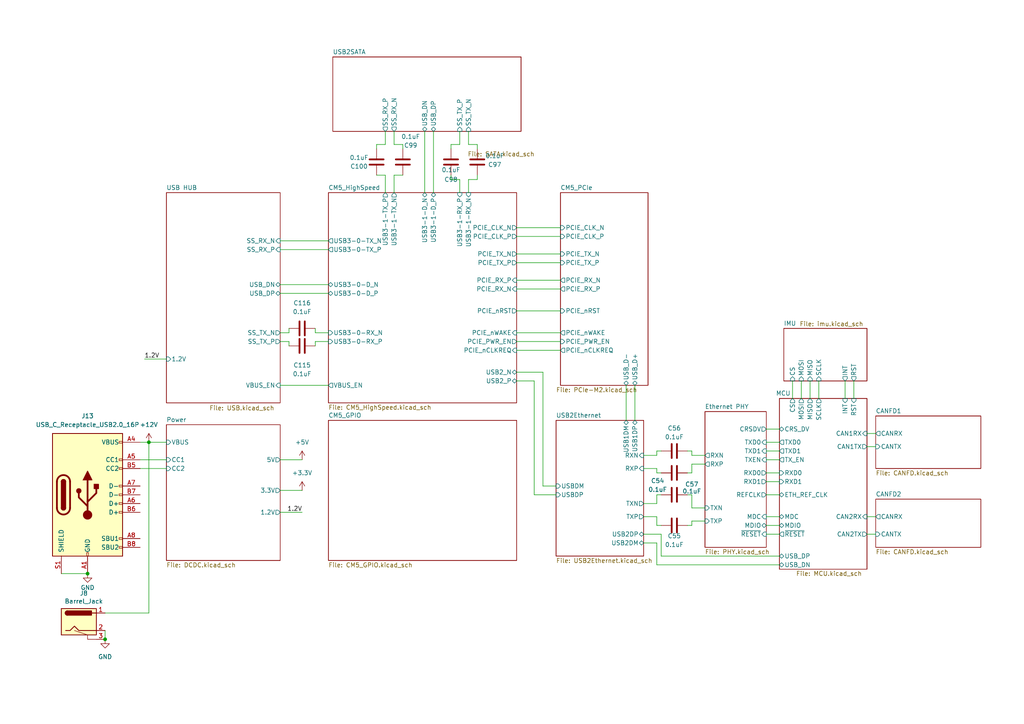
<source format=kicad_sch>
(kicad_sch (version 20231120) (generator "eeschema") (generator_version "8.0")
  (paper "A4")
  (lib_symbols
    (symbol "CM4IO:Barrel_Jack"
      (property "Reference" "J" (at 0 5.334 0))
      (property "Value" "Barrel_Jack" (at 0 -5.08 0))
      (symbol "Barrel_Jack_0_1"
        (rectangle (start -5.08 3.81) (end 5.08 -3.81) (stroke (width 0.254)) (fill (type background)))
        (arc (start -3.302 3.175) (mid -3.9342 2.54) (end -3.302 1.905) (stroke (width 0.254)))
        (arc (start -3.302 3.175) (mid -3.9342 2.54) (end -3.302 1.905) (stroke (width 0.254)) (fill (type outline)))
        (polyline (pts (xy 5.08 2.54) (xy 3.81 2.54)) (stroke (width 0.254)))
        (polyline (pts (xy 5.08 -5.08) (xy 2.54 -5.08) (xy 2.54 -3.81) (xy -1.27 -2.54)))
        (polyline (pts (xy -3.81 -2.54) (xy -2.54 -2.54) (xy -1.27 -1.27) (xy 0 -2.54) (xy 2.54 -2.54) (xy 5.08 -2.54)) (stroke (width 0.254)))
        (rectangle (start 3.683 3.175) (end -3.302 1.905) (stroke (width 0.254)) (fill (type outline)))
      )
      (symbol "Barrel_Jack_1_1"
        (pin passive line (at 7.62 2.54 180) (length 2.54) (name "~") (number "1"))
        (pin passive line (at 7.62 -2.54 180) (length 2.54) (name "~") (number "2"))
        (pin passive line (at 7.62 -5.08 180) (length 2.54) (name "~") (number "3"))
      )
    )
    (symbol "Connector:USB_C_Receptacle_USB2.0_16P" (pin_names (offset 1.016))
      (property "Reference" "J" (at 0 22.225 0))
      (property "Value" "USB_C_Receptacle_USB2.0_16P" (at 0 19.685 0))
      (symbol "USB_C_Receptacle_USB2.0_16P_0_0"
        (rectangle (start -0.254 -17.78) (end 0.254 -16.764))
        (rectangle (start 10.16 -14.986) (end 9.144 -15.494))
        (rectangle (start 10.16 -12.446) (end 9.144 -12.954))
        (rectangle (start 10.16 -4.826) (end 9.144 -5.334))
        (rectangle (start 10.16 -2.286) (end 9.144 -2.794))
        (rectangle (start 10.16 0.254) (end 9.144 -0.254))
        (rectangle (start 10.16 2.794) (end 9.144 2.286))
        (rectangle (start 10.16 7.874) (end 9.144 7.366))
        (rectangle (start 10.16 10.414) (end 9.144 9.906))
        (rectangle (start 10.16 15.494) (end 9.144 14.986))
      )
      (symbol "USB_C_Receptacle_USB2.0_16P_0_1"
        (rectangle (start -10.16 17.78) (end 10.16 -17.78) (stroke (width 0.254)) (fill (type background)))
        (arc (start -8.89 -3.81) (mid -6.985 -5.7067) (end -5.08 -3.81) (stroke (width 0.508)))
        (arc (start -7.62 -3.81) (mid -6.985 -4.4423) (end -6.35 -3.81) (stroke (width 0.254)))
        (arc (start -7.62 -3.81) (mid -6.985 -4.4423) (end -6.35 -3.81) (stroke (width 0.254)) (fill (type outline)))
        (rectangle (start -7.62 -3.81) (end -6.35 3.81) (stroke (width 0.254)) (fill (type outline)))
        (arc (start -6.35 3.81) (mid -6.985 4.4423) (end -7.62 3.81) (stroke (width 0.254)))
        (arc (start -6.35 3.81) (mid -6.985 4.4423) (end -7.62 3.81) (stroke (width 0.254)) (fill (type outline)))
        (arc (start -5.08 3.81) (mid -6.985 5.7067) (end -8.89 3.81) (stroke (width 0.508)))
        (circle (center -2.54 1.143) (radius 0.635) (stroke (width 0.254)) (fill (type outline)))
        (circle (center 0 -5.842) (radius 1.27) (fill (type outline)))
        (polyline (pts (xy -8.89 -3.81) (xy -8.89 3.81)) (stroke (width 0.508)))
        (polyline (pts (xy -5.08 3.81) (xy -5.08 -3.81)) (stroke (width 0.508)))
        (polyline (pts (xy 0 -5.842) (xy 0 4.318)) (stroke (width 0.508)))
        (polyline (pts (xy 0 -3.302) (xy -2.54 -0.762) (xy -2.54 0.508)) (stroke (width 0.508)))
        (polyline (pts (xy 0 -2.032) (xy 2.54 0.508) (xy 2.54 1.778)) (stroke (width 0.508)))
        (polyline (pts (xy -1.27 4.318) (xy 0 6.858) (xy 1.27 4.318) (xy -1.27 4.318)) (stroke (width 0.254)) (fill (type outline)))
        (rectangle (start 1.905 1.778) (end 3.175 3.048) (stroke (width 0.254)) (fill (type outline)))
      )
      (symbol "USB_C_Receptacle_USB2.0_16P_1_1"
        (pin passive line (at 0 -22.86 90) (length 5.08) (name "GND") (number "A1"))
        (pin passive line (at 0 -22.86 90) (length 5.08) hide (name "GND") (number "A12"))
        (pin passive line (at 15.24 15.24 180) (length 5.08) (name "VBUS") (number "A4"))
        (pin bidirectional line (at 15.24 10.16 180) (length 5.08) (name "CC1") (number "A5"))
        (pin bidirectional line (at 15.24 -2.54 180) (length 5.08) (name "D+") (number "A6"))
        (pin bidirectional line (at 15.24 2.54 180) (length 5.08) (name "D-") (number "A7"))
        (pin bidirectional line (at 15.24 -12.7 180) (length 5.08) (name "SBU1") (number "A8"))
        (pin passive line (at 15.24 15.24 180) (length 5.08) hide (name "VBUS") (number "A9"))
        (pin passive line (at 0 -22.86 90) (length 5.08) hide (name "GND") (number "B1"))
        (pin passive line (at 0 -22.86 90) (length 5.08) hide (name "GND") (number "B12"))
        (pin passive line (at 15.24 15.24 180) (length 5.08) hide (name "VBUS") (number "B4"))
        (pin bidirectional line (at 15.24 7.62 180) (length 5.08) (name "CC2") (number "B5"))
        (pin bidirectional line (at 15.24 -5.08 180) (length 5.08) (name "D+") (number "B6"))
        (pin bidirectional line (at 15.24 0 180) (length 5.08) (name "D-") (number "B7"))
        (pin bidirectional line (at 15.24 -15.24 180) (length 5.08) (name "SBU2") (number "B8"))
        (pin passive line (at 15.24 15.24 180) (length 5.08) hide (name "VBUS") (number "B9"))
        (pin passive line (at -7.62 -22.86 90) (length 5.08) (name "SHIELD") (number "S1"))
      )
    )
    (symbol "Device:C" (pin_numbers hide) (pin_names (offset 0.254))
      (property "Reference" "C" (at 0.635 2.54 0))
      (property "Value" "C" (at 0.635 -2.54 0))
      (symbol "C_0_1"
        (polyline (pts (xy -2.032 -0.762) (xy 2.032 -0.762)) (stroke (width 0.508)))
        (polyline (pts (xy -2.032 0.762) (xy 2.032 0.762)) (stroke (width 0.508)))
      )
      (symbol "C_1_1"
        (pin passive line (at 0 3.81 270) (length 2.794) (name "~") (number "1"))
        (pin passive line (at 0 -3.81 90) (length 2.794) (name "~") (number "2"))
      )
    )
    (symbol "power:+12V" (power) (pin_numbers hide) (pin_names (offset 0) hide)
      (property "Value" "+12V" (at 0 3.556 0))
      (symbol "+12V_0_1"
        (polyline (pts (xy -0.762 1.27) (xy 0 2.54)))
        (polyline (pts (xy 0 0) (xy 0 2.54)))
        (polyline (pts (xy 0 2.54) (xy 0.762 1.27)))
      )
      (symbol "+12V_1_1"
        (pin power_in line (at 0 0 90) (length 0) (name "~") (number "1"))
      )
    )
    (symbol "power:+3.3V" (power) (pin_numbers hide) (pin_names (offset 0) hide)
      (property "Value" "+3.3V" (at 0 3.556 0))
      (symbol "+3.3V_0_1"
        (polyline (pts (xy -0.762 1.27) (xy 0 2.54)))
        (polyline (pts (xy 0 0) (xy 0 2.54)))
        (polyline (pts (xy 0 2.54) (xy 0.762 1.27)))
      )
      (symbol "+3.3V_1_1"
        (pin power_in line (at 0 0 90) (length 0) (name "~") (number "1"))
      )
    )
    (symbol "power:+5V" (power) (pin_numbers hide) (pin_names (offset 0) hide)
      (property "Value" "+5V" (at 0 3.556 0))
      (symbol "+5V_0_1"
        (polyline (pts (xy -0.762 1.27) (xy 0 2.54)))
        (polyline (pts (xy 0 0) (xy 0 2.54)))
        (polyline (pts (xy 0 2.54) (xy 0.762 1.27)))
      )
      (symbol "+5V_1_1"
        (pin power_in line (at 0 0 90) (length 0) (name "~") (number "1"))
      )
    )
    (symbol "power:GND" (power) (pin_numbers hide) (pin_names (offset 0) hide)
      (property "Value" "GND" (at 0 -3.81 0))
      (symbol "GND_0_1"
        (polyline (pts (xy 0 0) (xy 0 -1.27) (xy 1.27 -1.27) (xy 0 -2.54) (xy -1.27 -1.27) (xy 0 -1.27)))
      )
      (symbol "GND_1_1"
        (pin power_in line (at 0 0 270) (length 0) (name "~") (number "1"))
      )
    )
  )
  (junction (at 25.4 166.37))
  (junction (at 43.18 128.27))
  (junction (at 30.48 185.42))
  (wire (pts (xy 111.76 41.91) (xy 111.76 38.1)))
  (wire (pts (xy 190.5 130.81) (xy 190.5 132.08)))
  (wire (pts (xy 83.82 99.06) (xy 83.82 100.33)))
  (wire (pts (xy 149.86 90.17) (xy 162.56 90.17)))
  (wire (pts (xy 130.81 41.91) (xy 133.35 41.91)))
  (wire (pts (xy 234.95 110.49) (xy 234.95 115.57)))
  (wire (pts (xy 186.69 135.89) (xy 190.5 135.89)))
  (wire (pts (xy 116.84 41.91) (xy 116.84 43.18)))
  (wire (pts (xy 83.82 95.25) (xy 83.82 96.52)))
  (wire (pts (xy 149.86 101.6) (xy 162.56 101.6)))
  (wire (pts (xy 154.94 110.49) (xy 149.86 110.49)))
  (wire (pts (xy 149.86 76.2) (xy 162.56 76.2)))
  (wire (pts (xy 237.49 110.49) (xy 237.49 115.57)))
  (wire (pts (xy 114.3 50.8) (xy 114.3 55.88)))
  (wire (pts (xy 116.84 41.91) (xy 114.3 41.91)))
  (wire (pts (xy 109.22 41.91) (xy 109.22 43.18)))
  (wire (pts (xy 133.35 52.07) (xy 130.81 52.07)))
  (wire (pts (xy 222.25 124.46) (xy 226.06 124.46)))
  (wire (pts (xy 190.5 130.81) (xy 191.77 130.81)))
  (wire (pts (xy 81.28 142.24) (xy 87.63 142.24)))
  (wire (pts (xy 161.29 143.51) (xy 154.94 143.51)))
  (wire (pts (xy 222.25 130.81) (xy 226.06 130.81)))
  (wire (pts (xy 199.39 143.51) (xy 200.66 143.51)))
  (wire (pts (xy 229.87 110.49) (xy 229.87 115.57)))
  (wire (pts (xy 186.69 132.08) (xy 190.5 132.08)))
  (wire (pts (xy 149.86 81.28) (xy 162.56 81.28)))
  (wire (pts (xy 251.46 149.86) (xy 254 149.86)))
  (wire (pts (xy 149.86 68.58) (xy 162.56 68.58)))
  (wire (pts (xy 25.4 166.37) (xy 17.78 166.37)))
  (wire (pts (xy 226.06 163.83) (xy 190.5 163.83)))
  (wire (pts (xy 149.86 83.82) (xy 162.56 83.82)))
  (wire (pts (xy 222.25 139.7) (xy 226.06 139.7)))
  (wire (pts (xy 40.64 128.27) (xy 43.18 128.27)))
  (wire (pts (xy 149.86 107.95) (xy 157.48 107.95)))
  (wire (pts (xy 81.28 72.39) (xy 95.25 72.39)))
  (wire (pts (xy 81.28 111.76) (xy 95.25 111.76)))
  (wire (pts (xy 30.48 185.42) (xy 30.48 182.88)))
  (wire (pts (xy 200.66 132.08) (xy 200.66 130.81)))
  (wire (pts (xy 200.66 134.62) (xy 204.47 134.62)))
  (wire (pts (xy 123.19 38.1) (xy 123.19 55.88)))
  (wire (pts (xy 40.64 133.35) (xy 48.26 133.35)))
  (wire (pts (xy 222.25 133.35) (xy 226.06 133.35)))
  (wire (pts (xy 81.28 148.59) (xy 87.63 148.59)))
  (wire (pts (xy 81.28 69.85) (xy 95.25 69.85)))
  (wire (pts (xy 190.5 149.86) (xy 186.69 149.86)))
  (wire (pts (xy 81.28 85.09) (xy 95.25 85.09)))
  (wire (pts (xy 30.48 177.8) (xy 43.18 177.8)))
  (wire (pts (xy 125.73 38.1) (xy 125.73 55.88)))
  (wire (pts (xy 245.11 110.49) (xy 245.11 115.57)))
  (wire (pts (xy 81.28 96.52) (xy 83.82 96.52)))
  (wire (pts (xy 138.43 52.07) (xy 135.89 52.07)))
  (wire (pts (xy 200.66 151.13) (xy 204.47 151.13)))
  (wire (pts (xy 114.3 41.91) (xy 114.3 38.1)))
  (wire (pts (xy 190.5 157.48) (xy 186.69 157.48)))
  (wire (pts (xy 130.81 52.07) (xy 130.81 50.8)))
  (wire (pts (xy 81.28 99.06) (xy 83.82 99.06)))
  (wire (pts (xy 138.43 41.91) (xy 138.43 43.18)))
  (wire (pts (xy 251.46 125.73) (xy 254 125.73)))
  (wire (pts (xy 200.66 137.16) (xy 199.39 137.16)))
  (wire (pts (xy 130.81 41.91) (xy 130.81 43.18)))
  (wire (pts (xy 157.48 107.95) (xy 157.48 140.97)))
  (wire (pts (xy 41.91 104.14) (xy 48.26 104.14)))
  (wire (pts (xy 200.66 147.32) (xy 204.47 147.32)))
  (wire (pts (xy 149.86 73.66) (xy 162.56 73.66)))
  (wire (pts (xy 138.43 52.07) (xy 138.43 50.8)))
  (wire (pts (xy 91.44 99.06) (xy 95.25 99.06)))
  (wire (pts (xy 190.5 137.16) (xy 191.77 137.16)))
  (wire (pts (xy 200.66 151.13) (xy 200.66 152.4)))
  (wire (pts (xy 222.25 137.16) (xy 226.06 137.16)))
  (wire (pts (xy 154.94 110.49) (xy 154.94 143.51)))
  (wire (pts (xy 186.69 146.05) (xy 190.5 146.05)))
  (wire (pts (xy 135.89 38.1) (xy 135.89 41.91)))
  (wire (pts (xy 222.25 149.86) (xy 226.06 149.86)))
  (wire (pts (xy 81.28 133.35) (xy 87.63 133.35)))
  (wire (pts (xy 251.46 129.54) (xy 254 129.54)))
  (wire (pts (xy 222.25 143.51) (xy 226.06 143.51)))
  (wire (pts (xy 91.44 95.25) (xy 91.44 96.52)))
  (wire (pts (xy 222.25 152.4) (xy 226.06 152.4)))
  (wire (pts (xy 251.46 154.94) (xy 254 154.94)))
  (wire (pts (xy 109.22 41.91) (xy 111.76 41.91)))
  (wire (pts (xy 247.65 110.49) (xy 247.65 115.57)))
  (wire (pts (xy 222.25 154.94) (xy 226.06 154.94)))
  (wire (pts (xy 190.5 137.16) (xy 190.5 135.89)))
  (wire (pts (xy 200.66 130.81) (xy 199.39 130.81)))
  (wire (pts (xy 111.76 50.8) (xy 111.76 55.88)))
  (wire (pts (xy 111.76 50.8) (xy 109.22 50.8)))
  (wire (pts (xy 232.41 110.49) (xy 232.41 115.57)))
  (wire (pts (xy 91.44 99.06) (xy 91.44 100.33)))
  (wire (pts (xy 138.43 41.91) (xy 135.89 41.91)))
  (wire (pts (xy 133.35 52.07) (xy 133.35 55.88)))
  (wire (pts (xy 200.66 147.32) (xy 200.66 143.51)))
  (wire (pts (xy 43.18 128.27) (xy 48.26 128.27)))
  (wire (pts (xy 190.5 152.4) (xy 191.77 152.4)))
  (wire (pts (xy 222.25 128.27) (xy 226.06 128.27)))
  (wire (pts (xy 81.28 82.55) (xy 95.25 82.55)))
  (wire (pts (xy 181.61 111.76) (xy 181.61 121.92)))
  (wire (pts (xy 149.86 96.52) (xy 162.56 96.52)))
  (wire (pts (xy 200.66 152.4) (xy 199.39 152.4)))
  (wire (pts (xy 40.64 135.89) (xy 48.26 135.89)))
  (wire (pts (xy 191.77 154.94) (xy 191.77 161.29)))
  (wire (pts (xy 191.77 161.29) (xy 226.06 161.29)))
  (wire (pts (xy 149.86 99.06) (xy 162.56 99.06)))
  (wire (pts (xy 186.69 154.94) (xy 191.77 154.94)))
  (wire (pts (xy 190.5 143.51) (xy 191.77 143.51)))
  (wire (pts (xy 149.86 66.04) (xy 162.56 66.04)))
  (wire (pts (xy 91.44 96.52) (xy 95.25 96.52)))
  (wire (pts (xy 157.48 140.97) (xy 161.29 140.97)))
  (wire (pts (xy 190.5 163.83) (xy 190.5 157.48)))
  (wire (pts (xy 200.66 134.62) (xy 200.66 137.16)))
  (wire (pts (xy 190.5 152.4) (xy 190.5 149.86)))
  (wire (pts (xy 184.15 111.76) (xy 184.15 121.92)))
  (wire (pts (xy 116.84 50.8) (xy 114.3 50.8)))
  (wire (pts (xy 133.35 41.91) (xy 133.35 38.1)))
  (wire (pts (xy 190.5 143.51) (xy 190.5 146.05)))
  (wire (pts (xy 135.89 52.07) (xy 135.89 55.88)))
  (wire (pts (xy 200.66 132.08) (xy 204.47 132.08)))
  (wire (pts (xy 43.18 128.27) (xy 43.18 177.8)))
  (label "1.2V" (at 41.91 104.14 0))
  (label "1.2V" (at 87.63 148.59 180))
  (symbol (lib_id "power:+5V") (at 87.63 133.35 0) (unit 1)
    (property "Reference" "#PWR0107" (effects (hide yes)))
    (property "Value" "+5V" (at 87.63 128.27 0))
    (property "Description" "Power symbol creates a global label with name \"+5V\"" (effects (hide yes)))
  )
  (symbol (lib_id "Device:C") (at 87.63 100.33 90) (unit 1)
    (property "Reference" "C115" (at 87.63 105.918 90))
    (property "Value" "0.1uF" (at 87.63 108.458 90))
    (property "Footprint" "Capacitor_SMD:C_0402_1005Metric_Pad0.74x0.62mm_HandSolder" (effects (hide yes)))
    (property "Description" "Unpolarized capacitor" (effects (hide yes)))
  )
  (symbol (lib_id "Device:C") (at 116.84 46.99 180) (unit 1)
    (property "Reference" "C99" (at 119.126 42.164 0))
    (property "Value" "0.1uF" (at 119.126 39.624 0))
    (property "Footprint" "Capacitor_SMD:C_0402_1005Metric_Pad0.74x0.62mm_HandSolder" (effects (hide yes)))
    (property "Description" "Unpolarized capacitor" (effects (hide yes)))
  )
  (symbol (lib_id "Device:C") (at 87.63 95.25 90) (unit 1)
    (property "Reference" "C116" (at 87.63 87.884 90))
    (property "Value" "0.1uF" (at 87.63 90.424 90))
    (property "Footprint" "Capacitor_SMD:C_0402_1005Metric_Pad0.74x0.62mm_HandSolder" (effects (hide yes)))
    (property "Description" "Unpolarized capacitor" (effects (hide yes)))
  )
  (symbol (lib_id "Device:C") (at 195.58 152.4 90) (unit 1)
    (property "Reference" "C55" (at 195.58 155.448 90))
    (property "Value" "0.1uF" (at 195.58 157.988 90))
    (property "Footprint" "Capacitor_SMD:C_0402_1005Metric_Pad0.74x0.62mm_HandSolder" (effects (hide yes)))
    (property "Description" "Unpolarized capacitor" (effects (hide yes)))
  )
  (symbol (lib_id "power:GND") (at 25.4 166.37 0) (unit 1)
    (property "Reference" "#PWR01" (effects (hide yes)))
    (property "Value" "GND" (at 25.4 170.434 0))
    (property "Description" "Power symbol creates a global label with name \"GND\" , ground" (effects (hide yes)))
  )
  (symbol (lib_id "Device:C") (at 195.58 130.81 90) (unit 1)
    (property "Reference" "C56" (at 195.58 124.206 90))
    (property "Value" "0.1uF" (at 195.58 126.746 90))
    (property "Footprint" "Capacitor_SMD:C_0402_1005Metric_Pad0.74x0.62mm_HandSolder" (effects (hide yes)))
    (property "Description" "Unpolarized capacitor" (effects (hide yes)))
  )
  (symbol (lib_id "Device:C") (at 138.43 46.99 180) (unit 1)
    (property "Reference" "C97" (at 143.51 47.752 0))
    (property "Value" "0.1uF" (at 143.51 45.212 0))
    (property "Footprint" "Capacitor_SMD:C_0402_1005Metric_Pad0.74x0.62mm_HandSolder" (effects (hide yes)))
    (property "Description" "Unpolarized capacitor" (effects (hide yes)))
  )
  (symbol (lib_id "Device:C") (at 109.22 46.99 180) (unit 1)
    (property "Reference" "C100" (at 104.14 48.26 0))
    (property "Value" "0.1uF" (at 104.14 45.72 0))
    (property "Footprint" "Capacitor_SMD:C_0402_1005Metric_Pad0.74x0.62mm_HandSolder" (effects (hide yes)))
    (property "Description" "Unpolarized capacitor" (effects (hide yes)))
  )
  (symbol (lib_id "power:+12V") (at 43.18 128.27 0) (unit 1)
    (property "Reference" "#PWR038" (effects (hide yes)))
    (property "Value" "+12V" (at 43.18 123.19 0))
    (property "Description" "Power symbol creates a global label with name \"+12V\"" (effects (hide yes)))
  )
  (symbol (lib_id "power:GND") (at 30.48 185.42 0) (unit 1)
    (property "Reference" "#PWR02" (effects (hide yes)))
    (property "Value" "GND" (at 30.48 190.5 0))
    (property "Description" "Power symbol creates a global label with name \"GND\" , ground" (effects (hide yes)))
  )
  (symbol (lib_id "power:+3.3V") (at 87.63 142.24 0) (unit 1)
    (property "Reference" "#PWR0105" (effects (hide yes)))
    (property "Value" "+3.3V" (at 87.63 137.16 0))
    (property "Description" "Power symbol creates a global label with name \"+3.3V\"" (effects (hide yes)))
  )
  (symbol (lib_id "CM4IO:Barrel_Jack") (at 22.86 180.34 0) (unit 1)
    (property "Reference" "J8" (at 24.3078 172.085 0))
    (property "Value" "Barrel_Jack" (at 24.3078 174.3964 0))
    (property "Footprint" "CM5IO:BarrelJack_Horizontal" (effects (hide yes)))
    (property "Datasheet" "https://www.toby.co.uk/uploads/publications/842.pdf" (effects (hide yes)))
    (property "Field4" "Toby" (effects (hide yes)))
    (property "Field5" "DC-001-A-2.1mm-R" (effects (hide yes)))
    (property "Part Description" "DC Power Connectors PCB 2.1MM" (effects (hide yes)))
    (property "Field6" "DC-001-A-2.1mm-R" (effects (hide yes)))
    (property "Field7" "Valcon" (effects (hide yes)))
  )
  (symbol (lib_id "Connector:USB_C_Receptacle_USB2.0_16P") (at 25.4 143.51 0) (unit 1)
    (property "Reference" "J13" (at 25.4 120.65 0))
    (property "Value" "USB_C_Receptacle_USB2.0_16P" (at 25.4 123.19 0))
    (property "Footprint" "Connector_USB:USB_C_Receptacle_HCTL_HC-TYPE-C-16P-01A" (effects (hide yes)))
    (property "Datasheet" "https://www.usb.org/sites/default/files/documents/usb_type-c.zip" (effects (hide yes)))
    (property "Description" "USB 2.0-only 16P Type-C Receptacle connector" (effects (hide yes)))
  )
  (symbol (lib_id "Device:C") (at 195.58 143.51 90) (unit 1)
    (property "Reference" "C54" (at 190.754 139.446 90))
    (property "Value" "0.1uF" (at 190.754 141.986 90))
    (property "Footprint" "Capacitor_SMD:C_0402_1005Metric_Pad0.74x0.62mm_HandSolder" (effects (hide yes)))
    (property "Description" "Unpolarized capacitor" (effects (hide yes)))
  )
  (symbol (lib_id "Device:C") (at 130.81 46.99 180) (unit 1)
    (property "Reference" "C98" (at 130.81 52.07 0))
    (property "Value" "0.1uF" (at 130.81 49.276 0))
    (property "Footprint" "Capacitor_SMD:C_0402_1005Metric_Pad0.74x0.62mm_HandSolder" (effects (hide yes)))
    (property "Description" "Unpolarized capacitor" (effects (hide yes)))
  )
  (symbol (lib_id "Device:C") (at 195.58 137.16 90) (unit 1)
    (property "Reference" "C57" (at 200.66 140.462 90))
    (property "Value" "0.1uF" (at 200.66 142.494 90))
    (property "Footprint" "Capacitor_SMD:C_0402_1005Metric_Pad0.74x0.62mm_HandSolder" (effects (hide yes)))
    (property "Description" "Unpolarized capacitor" (effects (hide yes)))
  )
  (sheet (at 162.56 55.88) (size 25.4 55.88) (stroke (width 0.1524))
    (property "Sheetname" "CM5_PCIe" (at 162.56 55.1684 0) (effects (justify left bottom)))
    (property "Sheetfile" "PCIe-M2.kicad_sch" (at 161.29 112.3446 0) (effects (justify left top)))
    (pin "PCIE_CLK_N" input (at 162.56 66.04 180))
    (pin "PCIE_CLK_P" input (at 162.56 68.58 180))
    (pin "PCIE_RX_N" output (at 162.56 81.28 180))
    (pin "PCIE_RX_P" output (at 162.56 83.82 180))
    (pin "PCIE_TX_P" input (at 162.56 76.2 180))
    (pin "PCIE_nCLKREQ" output (at 162.56 101.6 180))
    (pin "PCIE_nWAKE" output (at 162.56 96.52 180))
    (pin "PCIE_TX_N" input (at 162.56 73.66 180))
    (pin "PCIE_nRST" input (at 162.56 90.17 180))
    (pin "PCIE_PWR_EN" input (at 162.56 99.06 180))
    (pin "USB_D+" bidirectional (at 184.15 111.76 270))
    (pin "USB_D-" bidirectional (at 181.61 111.76 270))
  )
  (sheet (at 161.29 121.92) (size 25.4 39.37) (stroke (width 0.1524))
    (property "Sheetname" "USB2Ethernet" (at 161.29 121.2084 0) (effects (justify left bottom)))
    (property "Sheetfile" "USB2Ethernet.kicad_sch" (at 161.29 161.8746 0) (effects (justify left top)))
    (pin "USBDM" input (at 161.29 140.97 180))
    (pin "USBDP" input (at 161.29 143.51 180))
    (pin "USB1DP" bidirectional (at 184.15 121.92 90))
    (pin "USB1DM" bidirectional (at 181.61 121.92 90))
    (pin "TXP" output (at 186.69 149.86 0))
    (pin "RXP" input (at 186.69 135.89 0))
    (pin "RXN" input (at 186.69 132.08 0))
    (pin "TXN" output (at 186.69 146.05 0))
    (pin "USB2DP" bidirectional (at 186.69 154.94 0))
    (pin "USB2DM" bidirectional (at 186.69 157.48 0))
  )
  (sheet (at 204.47 119.38) (size 17.78 39.37) (stroke (width 0.1524))
    (property "Sheetname" "Ethernet PHY" (at 204.47 118.6684 0) (effects (justify left bottom)))
    (property "Sheetfile" "PHY.kicad_sch" (at 204.47 159.3346 0) (effects (justify left top)))
    (pin "TXN" input (at 204.47 147.32 180))
    (pin "RXP" output (at 204.47 134.62 180))
    (pin "TXP" input (at 204.47 151.13 180))
    (pin "RXN" output (at 204.47 132.08 180))
    (pin "CRSDV" output (at 222.25 124.46 0))
    (pin "TXD0" input (at 222.25 128.27 0))
    (pin "TXD1" input (at 222.25 130.81 0))
    (pin "RXD0" output (at 222.25 137.16 0))
    (pin "TXEN" input (at 222.25 133.35 0))
    (pin "REFCLK" output (at 222.25 143.51 0))
    (pin "RXD1" output (at 222.25 139.7 0))
    (pin "MDC" input (at 222.25 149.86 0))
    (pin "~{RESET}" input (at 222.25 154.94 0))
    (pin "MDIO" bidirectional (at 222.25 152.4 0))
  )
  (sheet (at 96.52 16.51) (size 54.61 21.59) (stroke (width 0.1524))
    (property "Sheetname" "USB2SATA" (at 96.52 15.7984 0) (effects (justify left bottom)))
    (property "Sheetfile" "SATA.kicad_sch" (at 135.636 43.942 0) (effects (justify left top)))
    (pin "SS_TX_N" input (at 135.89 38.1 270))
    (pin "USB_DN" bidirectional (at 123.19 38.1 270))
    (pin "SS_RX_N" output (at 114.3 38.1 270))
    (pin "SS_TX_P" input (at 133.35 38.1 270))
    (pin "USB_DP" bidirectional (at 125.73 38.1 270))
    (pin "SS_RX_P" output (at 111.76 38.1 270))
  )
  (sheet (at 95.25 55.88) (size 54.61 60.96) (stroke (width 0.1524))
    (property "Sheetname" "CM5_HighSpeed" (at 95.25 55.1684 0) (effects (justify left bottom)))
    (property "Sheetfile" "CM5_HighSpeed.kicad_sch" (at 95.25 117.4246 0) (effects (justify left top)))
    (pin "PCIE_nRST" output (at 149.86 90.17 0))
    (pin "USB2_P" bidirectional (at 149.86 110.49 0))
    (pin "USB2_N" bidirectional (at 149.86 107.95 0))
    (pin "PCIE_RX_N" input (at 149.86 83.82 0))
    (pin "PCIE_RX_P" input (at 149.86 81.28 0))
    (pin "PCIE_TX_P" output (at 149.86 76.2 0))
    (pin "PCIE_TX_N" output (at 149.86 73.66 0))
    (pin "PCIE_nWAKE" input (at 149.86 96.52 0))
    (pin "PCIE_PWR_EN" output (at 149.86 99.06 0))
    (pin "PCIE_CLK_P" output (at 149.86 68.58 0))
    (pin "PCIE_nCLKREQ" input (at 149.86 101.6 0))
    (pin "PCIE_CLK_N" output (at 149.86 66.04 0))
    (pin "USB3-0-D_N" bidirectional (at 95.25 82.55 180))
    (pin "USB3-0-D_P" bidirectional (at 95.25 85.09 180))
    (pin "USB3-1-D_N" bidirectional (at 123.19 55.88 90))
    (pin "USB3-1-TX_N" output (at 114.3 55.88 90))
    (pin "USB3-1-D_P" bidirectional (at 125.73 55.88 90))
    (pin "USB3-1-RX_P" input (at 133.35 55.88 90))
    (pin "USB3-1-RX_N" input (at 135.89 55.88 90))
    (pin "USB3-1-TX_P" output (at 111.76 55.88 90))
    (pin "VBUS_EN" output (at 95.25 111.76 180))
    (pin "USB3-0-TX_P" output (at 95.25 72.39 180))
    (pin "USB3-0-TX_N" output (at 95.25 69.85 180))
    (pin "USB3-0-RX_N" input (at 95.25 96.52 180))
    (pin "USB3-0-RX_P" input (at 95.25 99.06 180))
  )
  (sheet (at 254 120.65) (size 30.48 15.24) (stroke (width 0.1524))
    (property "Sheetname" "CANFD1" (at 254 119.9384 0) (effects (justify left bottom)))
    (property "Sheetfile" "CANFD.kicad_sch" (at 254 136.4746 0) (effects (justify left top)))
    (pin "CANRX" output (at 254 125.73 180))
    (pin "CANTX" input (at 254 129.54 180))
  )
  (sheet (at 226.06 115.57) (size 25.4 49.53) (stroke (width 0.1524))
    (property "Sheetname" "MCU" (at 225.044 114.808 0) (effects (justify left bottom)))
    (property "Sheetfile" "MCU.kicad_sch" (at 230.886 165.608 0) (effects (justify left top)))
    (pin "ETH_REF_CLK" bidirectional (at 226.06 143.51 180))
    (pin "~{RESET}" output (at 226.06 154.94 180))
    (pin "MDIO" bidirectional (at 226.06 152.4 180))
    (pin "CRS_DV" bidirectional (at 226.06 124.46 180))
    (pin "RXD0" input (at 226.06 137.16 180))
    (pin "RXD1" input (at 226.06 139.7 180))
    (pin "TXD1" output (at 226.06 130.81 180))
    (pin "TXD0" output (at 226.06 128.27 180))
    (pin "TX_EN" output (at 226.06 133.35 180))
    (pin "MDC" bidirectional (at 226.06 149.86 180))
    (pin "CAN1TX" output (at 251.46 129.54 0))
    (pin "CAN1RX" input (at 251.46 125.73 0))
    (pin "CAN2RX" input (at 251.46 149.86 0))
    (pin "CAN2TX" output (at 251.46 154.94 0))
    (pin "USB_DP" bidirectional (at 226.06 161.29 180))
    (pin "USB_DN" bidirectional (at 226.06 163.83 180))
    (pin "SCLK" output (at 237.49 115.57 90))
    (pin "CS" output (at 229.87 115.57 90))
    (pin "MISO" output (at 234.95 115.57 90))
    (pin "MOSI" output (at 232.41 115.57 90))
    (pin "INT" input (at 245.11 115.57 90))
    (pin "RST" input (at 247.65 115.57 90))
  )
  (sheet (at 48.26 55.88) (size 33.02 60.96) (stroke (width 0.1524))
    (property "Sheetname" "USB HUB" (at 48.26 55.1684 0) (effects (justify left bottom)))
    (property "Sheetfile" "USB.kicad_sch" (at 60.706 117.602 0) (effects (justify left top)))
    (pin "USB_DN" bidirectional (at 81.28 82.55 0))
    (pin "USB_DP" bidirectional (at 81.28 85.09 0))
    (pin "VBUS_EN" input (at 81.28 111.76 0))
    (pin "1.2V" input (at 48.26 104.14 180))
    (pin "SS_RX_N" input (at 81.28 69.85 0))
    (pin "SS_TX_P" output (at 81.28 99.06 0))
    (pin "SS_RX_P" input (at 81.28 72.39 0))
    (pin "SS_TX_N" output (at 81.28 96.52 0))
  )
  (sheet (at 95.25 121.92) (size 54.61 40.64) (stroke (width 0.1524))
    (property "Sheetname" "CM5_GPIO" (at 95.25 121.2084 0) (effects (justify left bottom)))
    (property "Sheetfile" "CM5_GPIO.kicad_sch" (at 95.25 163.1446 0) (effects (justify left top)))
  )
  (sheet (at 227.33 95.25) (size 24.13 15.24) (stroke (width 0.1524))
    (property "Sheetname" "IMU" (at 227.33 94.5384 0) (effects (justify left bottom)))
    (property "Sheetfile" "imu.kicad_sch" (at 231.902 93.218 0) (effects (justify left top)))
    (pin "CS" input (at 229.87 110.49 270))
    (pin "MOSI" input (at 232.41 110.49 270))
    (pin "SCLK" input (at 237.49 110.49 270))
    (pin "MISO" input (at 234.95 110.49 270))
    (pin "INT" output (at 245.11 110.49 270))
    (pin "RST" output (at 247.65 110.49 270))
  )
  (sheet (at 48.26 123.19) (size 33.02 39.37) (stroke (width 0.1524))
    (property "Sheetname" "Power" (at 48.26 122.4784 0) (effects (justify left bottom)))
    (property "Sheetfile" "DCDC.kicad_sch" (at 48.26 163.1446 0) (effects (justify left top)))
    (pin "CC1" input (at 48.26 133.35 180))
    (pin "CC2" input (at 48.26 135.89 180))
    (pin "VBUS" input (at 48.26 128.27 180))
    (pin "5V" output (at 81.28 133.35 0))
    (pin "3.3V" output (at 81.28 142.24 0))
    (pin "1.2V" output (at 81.28 148.59 0))
  )
  (sheet (at 254 144.78) (size 30.48 13.97) (stroke (width 0.1524))
    (property "Sheetname" "CANFD2" (at 254 144.0684 0) (effects (justify left bottom)))
    (property "Sheetfile" "CANFD.kicad_sch" (at 254 159.3346 0) (effects (justify left top)))
    (pin "CANRX" output (at 254 149.86 180))
    (pin "CANTX" input (at 254 154.94 180))
  )
)
</source>
